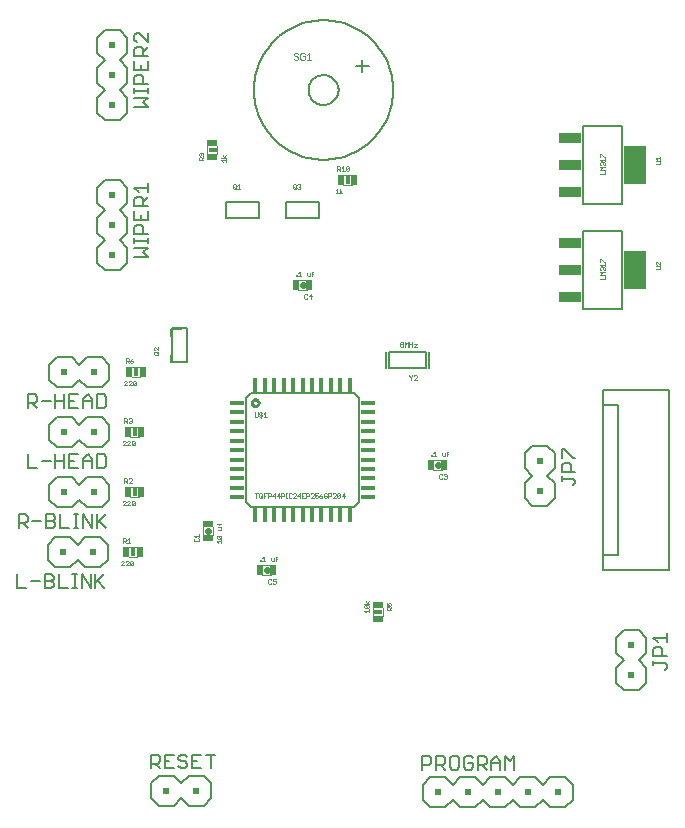
<source format=gto>
G75*
G70*
%OFA0B0*%
%FSLAX24Y24*%
%IPPOS*%
%LPD*%
%AMOC8*
5,1,8,0,0,1.08239X$1,22.5*
%
%ADD10C,0.0080*%
%ADD11C,0.0100*%
%ADD12C,0.0010*%
%ADD13R,0.0453X0.0157*%
%ADD14R,0.0453X0.0157*%
%ADD15R,0.0453X0.0158*%
%ADD16R,0.0157X0.0453*%
%ADD17R,0.0157X0.0453*%
%ADD18R,0.0158X0.0453*%
%ADD19C,0.0040*%
%ADD20R,0.0197X0.0374*%
%ADD21R,0.0180X0.0300*%
%ADD22C,0.0050*%
%ADD23C,0.0020*%
%ADD24C,0.0060*%
%ADD25R,0.0374X0.0197*%
%ADD26R,0.0300X0.0180*%
%ADD27C,0.0220*%
%ADD28R,0.0230X0.0230*%
%ADD29R,0.0200X0.0200*%
%ADD30R,0.0730X0.1260*%
%ADD31R,0.0730X0.0340*%
D10*
X004850Y001200D02*
X005100Y000950D01*
X005600Y000950D01*
X005850Y001200D01*
X006100Y000950D01*
X006600Y000950D01*
X006850Y001200D01*
X006850Y001700D01*
X006600Y001950D01*
X006100Y001950D01*
X005850Y001700D01*
X005600Y001950D01*
X005100Y001950D01*
X004850Y001700D01*
X004850Y001200D01*
X003150Y008900D02*
X002650Y008900D01*
X002400Y009150D01*
X002150Y008900D01*
X001650Y008900D01*
X001400Y009150D01*
X001400Y009650D01*
X001650Y009900D01*
X002150Y009900D01*
X002400Y009650D01*
X002650Y009900D01*
X003150Y009900D01*
X003400Y009650D01*
X003400Y009150D01*
X003150Y008900D01*
X003200Y010900D02*
X002700Y010900D01*
X002450Y011150D01*
X002200Y010900D01*
X001700Y010900D01*
X001450Y011150D01*
X001450Y011650D01*
X001700Y011900D01*
X002200Y011900D01*
X002450Y011650D01*
X002700Y011900D01*
X003200Y011900D01*
X003450Y011650D01*
X003450Y011150D01*
X003200Y010900D01*
X003200Y012900D02*
X002700Y012900D01*
X002450Y013150D01*
X002200Y012900D01*
X001700Y012900D01*
X001450Y013150D01*
X001450Y013650D01*
X001700Y013900D01*
X002200Y013900D01*
X002450Y013650D01*
X002700Y013900D01*
X003200Y013900D01*
X003450Y013650D01*
X003450Y013150D01*
X003200Y012900D01*
X003200Y014900D02*
X002700Y014900D01*
X002450Y015150D01*
X002200Y014900D01*
X001700Y014900D01*
X001450Y015150D01*
X001450Y015650D01*
X001700Y015900D01*
X002200Y015900D01*
X002450Y015650D01*
X002700Y015900D01*
X003200Y015900D01*
X003450Y015650D01*
X003450Y015150D01*
X003200Y014900D01*
X005524Y015749D02*
X005839Y015749D01*
X005524Y015749D02*
X005524Y015985D01*
X005524Y016615D02*
X005524Y016851D01*
X005839Y016851D01*
X003800Y018800D02*
X004050Y019050D01*
X004050Y019550D01*
X003800Y019800D01*
X004050Y020050D01*
X004050Y020550D01*
X003800Y020800D01*
X004050Y021050D01*
X004050Y021550D01*
X003800Y021800D01*
X003300Y021800D01*
X003050Y021550D01*
X003050Y021050D01*
X003300Y020800D01*
X003050Y020550D01*
X003050Y020050D01*
X003300Y019800D01*
X003050Y019550D01*
X003050Y019050D01*
X003300Y018800D01*
X003800Y018800D01*
X007349Y020761D02*
X007349Y021076D01*
X007585Y021076D01*
X008215Y021076D02*
X008451Y021076D01*
X008451Y020761D01*
X009349Y020761D02*
X009349Y021076D01*
X009585Y021076D01*
X010215Y021076D02*
X010451Y021076D01*
X010451Y020761D01*
X010100Y024800D02*
X010102Y024844D01*
X010108Y024888D01*
X010118Y024931D01*
X010131Y024973D01*
X010148Y025014D01*
X010169Y025053D01*
X010193Y025090D01*
X010220Y025125D01*
X010250Y025157D01*
X010283Y025187D01*
X010319Y025213D01*
X010356Y025237D01*
X010396Y025256D01*
X010437Y025273D01*
X010480Y025285D01*
X010523Y025294D01*
X010567Y025299D01*
X010611Y025300D01*
X010655Y025297D01*
X010699Y025290D01*
X010742Y025279D01*
X010784Y025265D01*
X010824Y025247D01*
X010863Y025225D01*
X010899Y025201D01*
X010933Y025173D01*
X010965Y025142D01*
X010994Y025108D01*
X011020Y025072D01*
X011042Y025034D01*
X011061Y024994D01*
X011076Y024952D01*
X011088Y024910D01*
X011096Y024866D01*
X011100Y024822D01*
X011100Y024778D01*
X011096Y024734D01*
X011088Y024690D01*
X011076Y024648D01*
X011061Y024606D01*
X011042Y024566D01*
X011020Y024528D01*
X010994Y024492D01*
X010965Y024458D01*
X010933Y024427D01*
X010899Y024399D01*
X010863Y024375D01*
X010824Y024353D01*
X010784Y024335D01*
X010742Y024321D01*
X010699Y024310D01*
X010655Y024303D01*
X010611Y024300D01*
X010567Y024301D01*
X010523Y024306D01*
X010480Y024315D01*
X010437Y024327D01*
X010396Y024344D01*
X010356Y024363D01*
X010319Y024387D01*
X010283Y024413D01*
X010250Y024443D01*
X010220Y024475D01*
X010193Y024510D01*
X010169Y024547D01*
X010148Y024586D01*
X010131Y024627D01*
X010118Y024669D01*
X010108Y024712D01*
X010102Y024756D01*
X010100Y024800D01*
X008277Y024800D02*
X008280Y024914D01*
X008288Y025028D01*
X008302Y025141D01*
X008322Y025253D01*
X008347Y025364D01*
X008377Y025474D01*
X008413Y025583D01*
X008454Y025689D01*
X008500Y025793D01*
X008551Y025895D01*
X008607Y025994D01*
X008668Y026091D01*
X008734Y026184D01*
X008804Y026274D01*
X008879Y026360D01*
X008957Y026443D01*
X009040Y026521D01*
X009126Y026596D01*
X009216Y026666D01*
X009309Y026732D01*
X009406Y026793D01*
X009505Y026849D01*
X009607Y026900D01*
X009711Y026946D01*
X009817Y026987D01*
X009926Y027023D01*
X010036Y027053D01*
X010147Y027078D01*
X010259Y027098D01*
X010372Y027112D01*
X010486Y027120D01*
X010600Y027123D01*
X010714Y027120D01*
X010828Y027112D01*
X010941Y027098D01*
X011053Y027078D01*
X011164Y027053D01*
X011274Y027023D01*
X011383Y026987D01*
X011489Y026946D01*
X011593Y026900D01*
X011695Y026849D01*
X011794Y026793D01*
X011891Y026732D01*
X011984Y026666D01*
X012074Y026596D01*
X012160Y026521D01*
X012243Y026443D01*
X012321Y026360D01*
X012396Y026274D01*
X012466Y026184D01*
X012532Y026091D01*
X012593Y025994D01*
X012649Y025895D01*
X012700Y025793D01*
X012746Y025689D01*
X012787Y025583D01*
X012823Y025474D01*
X012853Y025364D01*
X012878Y025253D01*
X012898Y025141D01*
X012912Y025028D01*
X012920Y024914D01*
X012923Y024800D01*
X012920Y024686D01*
X012912Y024572D01*
X012898Y024459D01*
X012878Y024347D01*
X012853Y024236D01*
X012823Y024126D01*
X012787Y024017D01*
X012746Y023911D01*
X012700Y023807D01*
X012649Y023705D01*
X012593Y023606D01*
X012532Y023509D01*
X012466Y023416D01*
X012396Y023326D01*
X012321Y023240D01*
X012243Y023157D01*
X012160Y023079D01*
X012074Y023004D01*
X011984Y022934D01*
X011891Y022868D01*
X011794Y022807D01*
X011695Y022751D01*
X011593Y022700D01*
X011489Y022654D01*
X011383Y022613D01*
X011274Y022577D01*
X011164Y022547D01*
X011053Y022522D01*
X010941Y022502D01*
X010828Y022488D01*
X010714Y022480D01*
X010600Y022477D01*
X010486Y022480D01*
X010372Y022488D01*
X010259Y022502D01*
X010147Y022522D01*
X010036Y022547D01*
X009926Y022577D01*
X009817Y022613D01*
X009711Y022654D01*
X009607Y022700D01*
X009505Y022751D01*
X009406Y022807D01*
X009309Y022868D01*
X009216Y022934D01*
X009126Y023004D01*
X009040Y023079D01*
X008957Y023157D01*
X008879Y023240D01*
X008804Y023326D01*
X008734Y023416D01*
X008668Y023509D01*
X008607Y023606D01*
X008551Y023705D01*
X008500Y023807D01*
X008454Y023911D01*
X008413Y024017D01*
X008377Y024126D01*
X008347Y024236D01*
X008322Y024347D01*
X008302Y024459D01*
X008288Y024572D01*
X008280Y024686D01*
X008277Y024800D01*
X004050Y024550D02*
X004050Y024050D01*
X003800Y023800D01*
X003300Y023800D01*
X003050Y024050D01*
X003050Y024550D01*
X003300Y024800D01*
X003050Y025050D01*
X003050Y025550D01*
X003300Y025800D01*
X003050Y026050D01*
X003050Y026550D01*
X003300Y026800D01*
X003800Y026800D01*
X004050Y026550D01*
X004050Y026050D01*
X003800Y025800D01*
X004050Y025550D01*
X004050Y025050D01*
X003800Y024800D01*
X004050Y024550D01*
X008168Y014690D02*
X011632Y014690D01*
X011790Y014532D01*
X011790Y011068D01*
X011632Y010910D01*
X008168Y010910D01*
X008010Y011068D01*
X008010Y014532D01*
X008168Y014690D01*
X012691Y015544D02*
X012691Y016056D01*
X014109Y016056D02*
X014109Y015544D01*
X017300Y012700D02*
X017300Y012200D01*
X017550Y011950D01*
X017300Y011700D01*
X017300Y011200D01*
X017550Y010950D01*
X018050Y010950D01*
X018300Y011200D01*
X018300Y011700D01*
X018050Y011950D01*
X018300Y012200D01*
X018300Y012700D01*
X018050Y012950D01*
X017550Y012950D01*
X017300Y012700D01*
X019250Y017510D02*
X019250Y020090D01*
X020550Y020090D01*
X020550Y017510D01*
X019250Y017510D01*
X019250Y021010D02*
X019250Y023590D01*
X020550Y023590D01*
X020550Y021010D01*
X019250Y021010D01*
X020600Y006800D02*
X020350Y006550D01*
X020350Y006050D01*
X020600Y005800D01*
X020350Y005550D01*
X020350Y005050D01*
X020600Y004800D01*
X021100Y004800D01*
X021350Y005050D01*
X021350Y005550D01*
X021100Y005800D01*
X021350Y006050D01*
X021350Y006550D01*
X021100Y006800D01*
X020600Y006800D01*
X018650Y001900D02*
X018150Y001900D01*
X017900Y001650D01*
X017650Y001900D01*
X017150Y001900D01*
X016900Y001650D01*
X016650Y001900D01*
X016150Y001900D01*
X015900Y001650D01*
X015650Y001900D01*
X015150Y001900D01*
X014900Y001650D01*
X014650Y001900D01*
X014150Y001900D01*
X013900Y001650D01*
X013900Y001150D01*
X014150Y000900D01*
X014650Y000900D01*
X014900Y001150D01*
X015150Y000900D01*
X015650Y000900D01*
X015900Y001150D01*
X016150Y000900D01*
X016650Y000900D01*
X016900Y001150D01*
X017150Y000900D01*
X017650Y000900D01*
X017900Y001150D01*
X018150Y000900D01*
X018650Y000900D01*
X018900Y001150D01*
X018900Y001650D01*
X018650Y001900D01*
D11*
X008214Y014375D02*
X008216Y014395D01*
X008221Y014415D01*
X008231Y014433D01*
X008243Y014450D01*
X008258Y014464D01*
X008276Y014474D01*
X008295Y014482D01*
X008315Y014486D01*
X008335Y014486D01*
X008355Y014482D01*
X008374Y014474D01*
X008392Y014464D01*
X008407Y014450D01*
X008419Y014433D01*
X008429Y014415D01*
X008434Y014395D01*
X008436Y014375D01*
X008434Y014355D01*
X008429Y014335D01*
X008419Y014317D01*
X008407Y014300D01*
X008392Y014286D01*
X008374Y014276D01*
X008355Y014268D01*
X008335Y014264D01*
X008315Y014264D01*
X008295Y014268D01*
X008276Y014276D01*
X008258Y014286D01*
X008243Y014300D01*
X008231Y014317D01*
X008221Y014335D01*
X008216Y014355D01*
X008214Y014375D01*
D12*
X008305Y014055D02*
X008305Y013930D01*
X008330Y013905D01*
X008380Y013905D01*
X008405Y013930D01*
X008405Y014055D01*
X008452Y014030D02*
X008477Y014055D01*
X008527Y014055D01*
X008552Y014030D01*
X008600Y014005D02*
X008650Y014055D01*
X008650Y013905D01*
X008600Y013905D02*
X008700Y013905D01*
X008552Y013930D02*
X008552Y013955D01*
X008527Y013980D01*
X008477Y013980D01*
X008452Y014005D01*
X008452Y014030D01*
X008502Y014080D02*
X008502Y013880D01*
X008477Y013905D02*
X008527Y013905D01*
X008552Y013930D01*
X008477Y013905D02*
X008452Y013930D01*
X008477Y011355D02*
X008527Y011355D01*
X008552Y011330D01*
X008552Y011230D01*
X008527Y011205D01*
X008477Y011205D01*
X008452Y011230D01*
X008452Y011330D01*
X008477Y011355D01*
X008405Y011355D02*
X008305Y011355D01*
X008355Y011355D02*
X008355Y011205D01*
X008502Y011255D02*
X008552Y011205D01*
X008600Y011205D02*
X008600Y011355D01*
X008700Y011355D01*
X008747Y011355D02*
X008822Y011355D01*
X008847Y011330D01*
X008847Y011280D01*
X008822Y011255D01*
X008747Y011255D01*
X008747Y011205D02*
X008747Y011355D01*
X008650Y011280D02*
X008600Y011280D01*
X008894Y011280D02*
X008994Y011280D01*
X009042Y011280D02*
X009142Y011280D01*
X009189Y011255D02*
X009264Y011255D01*
X009289Y011280D01*
X009289Y011330D01*
X009264Y011355D01*
X009189Y011355D01*
X009189Y011205D01*
X009117Y011205D02*
X009117Y011355D01*
X009042Y011280D01*
X008969Y011205D02*
X008969Y011355D01*
X008894Y011280D01*
X009336Y011205D02*
X009386Y011205D01*
X009361Y011205D02*
X009361Y011355D01*
X009336Y011355D02*
X009386Y011355D01*
X009434Y011330D02*
X009434Y011230D01*
X009460Y011205D01*
X009510Y011205D01*
X009535Y011230D01*
X009582Y011205D02*
X009682Y011305D01*
X009682Y011330D01*
X009657Y011355D01*
X009607Y011355D01*
X009582Y011330D01*
X009535Y011330D02*
X009510Y011355D01*
X009460Y011355D01*
X009434Y011330D01*
X009582Y011205D02*
X009682Y011205D01*
X009729Y011280D02*
X009829Y011280D01*
X009876Y011280D02*
X009927Y011280D01*
X009876Y011205D02*
X009977Y011205D01*
X010024Y011205D02*
X010024Y011355D01*
X010099Y011355D01*
X010124Y011330D01*
X010124Y011280D01*
X010099Y011255D01*
X010024Y011255D01*
X009977Y011355D02*
X009876Y011355D01*
X009876Y011205D01*
X009804Y011205D02*
X009804Y011355D01*
X009729Y011280D01*
X010171Y011330D02*
X010196Y011355D01*
X010246Y011355D01*
X010271Y011330D01*
X010271Y011305D01*
X010171Y011205D01*
X010271Y011205D01*
X010318Y011230D02*
X010343Y011205D01*
X010394Y011205D01*
X010419Y011230D01*
X010419Y011280D01*
X010394Y011305D01*
X010368Y011305D01*
X010318Y011280D01*
X010318Y011355D01*
X010419Y011355D01*
X010466Y011280D02*
X010541Y011280D01*
X010566Y011255D01*
X010566Y011230D01*
X010541Y011205D01*
X010491Y011205D01*
X010466Y011230D01*
X010466Y011280D01*
X010516Y011330D01*
X010566Y011355D01*
X010613Y011330D02*
X010613Y011230D01*
X010638Y011205D01*
X010688Y011205D01*
X010713Y011230D01*
X010713Y011280D01*
X010663Y011280D01*
X010613Y011330D02*
X010638Y011355D01*
X010688Y011355D01*
X010713Y011330D01*
X010760Y011355D02*
X010835Y011355D01*
X010861Y011330D01*
X010861Y011280D01*
X010835Y011255D01*
X010760Y011255D01*
X010760Y011205D02*
X010760Y011355D01*
X010908Y011330D02*
X010933Y011355D01*
X010983Y011355D01*
X011008Y011330D01*
X011008Y011305D01*
X010908Y011205D01*
X011008Y011205D01*
X011055Y011230D02*
X011155Y011330D01*
X011155Y011230D01*
X011130Y011205D01*
X011080Y011205D01*
X011055Y011230D01*
X011055Y011330D01*
X011080Y011355D01*
X011130Y011355D01*
X011155Y011330D01*
X011202Y011280D02*
X011302Y011280D01*
X011277Y011205D02*
X011277Y011355D01*
X011202Y011280D01*
X009057Y009245D02*
X009032Y009220D01*
X009032Y009095D01*
X008960Y009095D02*
X008960Y009195D01*
X009007Y009170D02*
X009057Y009170D01*
X008960Y009095D02*
X008884Y009095D01*
X008859Y009120D01*
X008859Y009195D01*
X008665Y009095D02*
X008565Y009095D01*
X008516Y009095D02*
X008491Y009095D01*
X008491Y009120D01*
X008516Y009120D01*
X008516Y009095D01*
X008615Y009095D02*
X008615Y009245D01*
X008565Y009195D01*
X008785Y008495D02*
X008760Y008470D01*
X008760Y008370D01*
X008785Y008345D01*
X008835Y008345D01*
X008860Y008370D01*
X008908Y008370D02*
X008933Y008345D01*
X008983Y008345D01*
X009008Y008370D01*
X009008Y008420D01*
X008983Y008445D01*
X008958Y008445D01*
X008908Y008420D01*
X008908Y008495D01*
X009008Y008495D01*
X008860Y008470D02*
X008835Y008495D01*
X008785Y008495D01*
X007195Y009705D02*
X007195Y009805D01*
X007195Y009755D02*
X007045Y009755D01*
X007095Y009705D01*
X007070Y009852D02*
X007045Y009877D01*
X007045Y009927D01*
X007070Y009952D01*
X007170Y009852D01*
X007195Y009877D01*
X007195Y009927D01*
X007170Y009952D01*
X007070Y009952D01*
X007070Y009852D02*
X007170Y009852D01*
X007170Y010147D02*
X007195Y010172D01*
X007195Y010247D01*
X007095Y010247D01*
X007120Y010294D02*
X007120Y010344D01*
X007070Y010319D02*
X007045Y010344D01*
X007070Y010319D02*
X007195Y010319D01*
X007170Y010147D02*
X007095Y010147D01*
X006445Y010002D02*
X006445Y009902D01*
X006445Y009952D02*
X006295Y009952D01*
X006345Y009902D01*
X006320Y009855D02*
X006295Y009830D01*
X006295Y009780D01*
X006320Y009755D01*
X006420Y009755D01*
X006445Y009780D01*
X006445Y009830D01*
X006420Y009855D01*
X004152Y009705D02*
X004052Y009705D01*
X004005Y009705D02*
X003955Y009755D01*
X003980Y009755D02*
X003905Y009755D01*
X003905Y009705D02*
X003905Y009855D01*
X003980Y009855D01*
X004005Y009830D01*
X004005Y009780D01*
X003980Y009755D01*
X004052Y009805D02*
X004102Y009855D01*
X004102Y009705D01*
X004077Y009105D02*
X004027Y009105D01*
X004002Y009080D01*
X003955Y009080D02*
X003930Y009105D01*
X003880Y009105D01*
X003855Y009080D01*
X003955Y009080D02*
X003955Y009055D01*
X003855Y008955D01*
X003955Y008955D01*
X004002Y008955D02*
X004102Y009055D01*
X004102Y009080D01*
X004077Y009105D01*
X004150Y009080D02*
X004175Y009105D01*
X004225Y009105D01*
X004250Y009080D01*
X004150Y008980D01*
X004175Y008955D01*
X004225Y008955D01*
X004250Y008980D01*
X004250Y009080D01*
X004150Y009080D02*
X004150Y008980D01*
X004102Y008955D02*
X004002Y008955D01*
X004005Y010955D02*
X003905Y010955D01*
X004005Y011055D01*
X004005Y011080D01*
X003980Y011105D01*
X003930Y011105D01*
X003905Y011080D01*
X004052Y011080D02*
X004077Y011105D01*
X004127Y011105D01*
X004152Y011080D01*
X004152Y011055D01*
X004052Y010955D01*
X004152Y010955D01*
X004200Y010980D02*
X004300Y011080D01*
X004300Y010980D01*
X004275Y010955D01*
X004225Y010955D01*
X004200Y010980D01*
X004200Y011080D01*
X004225Y011105D01*
X004275Y011105D01*
X004300Y011080D01*
X004202Y011705D02*
X004102Y011705D01*
X004202Y011805D01*
X004202Y011830D01*
X004177Y011855D01*
X004127Y011855D01*
X004102Y011830D01*
X004055Y011830D02*
X004055Y011780D01*
X004030Y011755D01*
X003955Y011755D01*
X003955Y011705D02*
X003955Y011855D01*
X004030Y011855D01*
X004055Y011830D01*
X004005Y011755D02*
X004055Y011705D01*
X004052Y012955D02*
X004152Y013055D01*
X004152Y013080D01*
X004127Y013105D01*
X004077Y013105D01*
X004052Y013080D01*
X004005Y013080D02*
X003980Y013105D01*
X003930Y013105D01*
X003905Y013080D01*
X004005Y013080D02*
X004005Y013055D01*
X003905Y012955D01*
X004005Y012955D01*
X004052Y012955D02*
X004152Y012955D01*
X004200Y012980D02*
X004300Y013080D01*
X004300Y012980D01*
X004275Y012955D01*
X004225Y012955D01*
X004200Y012980D01*
X004200Y013080D01*
X004225Y013105D01*
X004275Y013105D01*
X004300Y013080D01*
X004177Y013705D02*
X004127Y013705D01*
X004102Y013730D01*
X004055Y013705D02*
X004005Y013755D01*
X004030Y013755D02*
X003955Y013755D01*
X003955Y013705D02*
X003955Y013855D01*
X004030Y013855D01*
X004055Y013830D01*
X004055Y013780D01*
X004030Y013755D01*
X004102Y013830D02*
X004127Y013855D01*
X004177Y013855D01*
X004202Y013830D01*
X004202Y013805D01*
X004177Y013780D01*
X004202Y013755D01*
X004202Y013730D01*
X004177Y013705D01*
X004177Y013780D02*
X004152Y013780D01*
X004102Y014955D02*
X004202Y015055D01*
X004202Y015080D01*
X004177Y015105D01*
X004127Y015105D01*
X004102Y015080D01*
X004055Y015080D02*
X004030Y015105D01*
X003980Y015105D01*
X003955Y015080D01*
X004055Y015080D02*
X004055Y015055D01*
X003955Y014955D01*
X004055Y014955D01*
X004102Y014955D02*
X004202Y014955D01*
X004250Y014980D02*
X004275Y014955D01*
X004325Y014955D01*
X004350Y014980D01*
X004350Y015080D01*
X004250Y014980D01*
X004250Y015080D01*
X004275Y015105D01*
X004325Y015105D01*
X004350Y015080D01*
X004227Y015705D02*
X004252Y015730D01*
X004252Y015755D01*
X004227Y015780D01*
X004152Y015780D01*
X004152Y015730D01*
X004177Y015705D01*
X004227Y015705D01*
X004152Y015780D02*
X004202Y015830D01*
X004252Y015855D01*
X004105Y015830D02*
X004105Y015780D01*
X004080Y015755D01*
X004005Y015755D01*
X004005Y015705D02*
X004005Y015855D01*
X004080Y015855D01*
X004105Y015830D01*
X004055Y015755D02*
X004105Y015705D01*
X004945Y016005D02*
X004945Y016055D01*
X004970Y016080D01*
X005070Y016080D01*
X005095Y016055D01*
X005095Y016005D01*
X005070Y015980D01*
X004970Y015980D01*
X004945Y016005D01*
X005045Y016030D02*
X005095Y016080D01*
X005095Y016127D02*
X004995Y016227D01*
X004970Y016227D01*
X004945Y016202D01*
X004945Y016152D01*
X004970Y016127D01*
X005095Y016127D02*
X005095Y016227D01*
X007605Y021505D02*
X007580Y021530D01*
X007580Y021630D01*
X007605Y021655D01*
X007655Y021655D01*
X007680Y021630D01*
X007680Y021530D01*
X007655Y021505D01*
X007605Y021505D01*
X007630Y021555D02*
X007680Y021505D01*
X007727Y021505D02*
X007827Y021505D01*
X007777Y021505D02*
X007777Y021655D01*
X007727Y021605D01*
X007345Y022405D02*
X007345Y022505D01*
X007345Y022552D02*
X007195Y022552D01*
X007245Y022627D02*
X007295Y022552D01*
X007345Y022627D01*
X007345Y022455D02*
X007195Y022455D01*
X007245Y022405D01*
X006595Y022455D02*
X006445Y022455D01*
X006445Y022530D01*
X006470Y022555D01*
X006520Y022555D01*
X006545Y022530D01*
X006545Y022455D01*
X006545Y022505D02*
X006595Y022555D01*
X006570Y022602D02*
X006595Y022627D01*
X006595Y022677D01*
X006570Y022702D01*
X006470Y022702D01*
X006445Y022677D01*
X006445Y022627D01*
X006470Y022602D01*
X006495Y022602D01*
X006520Y022627D01*
X006520Y022702D01*
X009580Y021630D02*
X009580Y021530D01*
X009605Y021505D01*
X009655Y021505D01*
X009680Y021530D01*
X009680Y021630D01*
X009655Y021655D01*
X009605Y021655D01*
X009580Y021630D01*
X009630Y021555D02*
X009680Y021505D01*
X009727Y021530D02*
X009752Y021505D01*
X009802Y021505D01*
X009827Y021530D01*
X009827Y021555D01*
X009802Y021580D01*
X009777Y021580D01*
X009802Y021580D02*
X009827Y021605D01*
X009827Y021630D01*
X009802Y021655D01*
X009752Y021655D01*
X009727Y021630D01*
X011005Y021455D02*
X011055Y021505D01*
X011055Y021355D01*
X011005Y021355D02*
X011105Y021355D01*
X011152Y021355D02*
X011152Y021505D01*
X011227Y021455D02*
X011152Y021405D01*
X011227Y021355D01*
X011202Y022105D02*
X011302Y022105D01*
X011252Y022105D02*
X011252Y022255D01*
X011202Y022205D01*
X011155Y022180D02*
X011130Y022155D01*
X011055Y022155D01*
X011055Y022105D02*
X011055Y022255D01*
X011130Y022255D01*
X011155Y022230D01*
X011155Y022180D01*
X011105Y022155D02*
X011155Y022105D01*
X011350Y022130D02*
X011450Y022230D01*
X011450Y022130D01*
X011425Y022105D01*
X011375Y022105D01*
X011350Y022130D01*
X011350Y022230D01*
X011375Y022255D01*
X011425Y022255D01*
X011450Y022230D01*
X010257Y018745D02*
X010232Y018720D01*
X010232Y018595D01*
X010160Y018595D02*
X010160Y018695D01*
X010207Y018670D02*
X010257Y018670D01*
X010160Y018595D02*
X010084Y018595D01*
X010059Y018620D01*
X010059Y018695D01*
X009865Y018595D02*
X009765Y018595D01*
X009716Y018595D02*
X009691Y018595D01*
X009691Y018620D01*
X009716Y018620D01*
X009716Y018595D01*
X009815Y018595D02*
X009815Y018745D01*
X009765Y018695D01*
X009985Y017995D02*
X009960Y017970D01*
X009960Y017870D01*
X009985Y017845D01*
X010035Y017845D01*
X010060Y017870D01*
X010108Y017920D02*
X010208Y017920D01*
X010183Y017845D02*
X010183Y017995D01*
X010108Y017920D01*
X010060Y017970D02*
X010035Y017995D01*
X009985Y017995D01*
X013166Y016370D02*
X013166Y016345D01*
X013191Y016320D01*
X013241Y016320D01*
X013266Y016295D01*
X013266Y016270D01*
X013241Y016245D01*
X013191Y016245D01*
X013166Y016270D01*
X013166Y016295D01*
X013191Y016320D01*
X013241Y016320D02*
X013266Y016345D01*
X013266Y016370D01*
X013241Y016395D01*
X013191Y016395D01*
X013166Y016370D01*
X013313Y016395D02*
X013363Y016345D01*
X013413Y016395D01*
X013413Y016245D01*
X013460Y016245D02*
X013460Y016395D01*
X013460Y016320D02*
X013560Y016320D01*
X013608Y016345D02*
X013708Y016345D01*
X013608Y016245D01*
X013708Y016245D01*
X013560Y016245D02*
X013560Y016395D01*
X013313Y016395D02*
X013313Y016245D01*
X013460Y015295D02*
X013460Y015270D01*
X013510Y015220D01*
X013510Y015145D01*
X013510Y015220D02*
X013560Y015270D01*
X013560Y015295D01*
X013608Y015270D02*
X013633Y015295D01*
X013683Y015295D01*
X013708Y015270D01*
X013708Y015245D01*
X013608Y015145D01*
X013708Y015145D01*
X014315Y012745D02*
X014315Y012595D01*
X014265Y012595D02*
X014365Y012595D01*
X014265Y012695D02*
X014315Y012745D01*
X014216Y012620D02*
X014216Y012595D01*
X014191Y012595D01*
X014191Y012620D01*
X014216Y012620D01*
X014559Y012620D02*
X014584Y012595D01*
X014660Y012595D01*
X014660Y012695D01*
X014707Y012670D02*
X014757Y012670D01*
X014732Y012720D02*
X014757Y012745D01*
X014732Y012720D02*
X014732Y012595D01*
X014559Y012620D02*
X014559Y012695D01*
X014535Y011995D02*
X014485Y011995D01*
X014460Y011970D01*
X014460Y011870D01*
X014485Y011845D01*
X014535Y011845D01*
X014560Y011870D01*
X014608Y011870D02*
X014633Y011845D01*
X014683Y011845D01*
X014708Y011870D01*
X014708Y011895D01*
X014683Y011920D01*
X014658Y011920D01*
X014683Y011920D02*
X014708Y011945D01*
X014708Y011970D01*
X014683Y011995D01*
X014633Y011995D01*
X014608Y011970D01*
X014560Y011970D02*
X014535Y011995D01*
X012105Y007757D02*
X012055Y007682D01*
X012005Y007757D01*
X011955Y007682D02*
X012105Y007682D01*
X012080Y007635D02*
X012105Y007610D01*
X012105Y007560D01*
X012080Y007535D01*
X011980Y007635D01*
X012080Y007635D01*
X012080Y007535D02*
X011980Y007535D01*
X011955Y007560D01*
X011955Y007610D01*
X011980Y007635D01*
X012105Y007488D02*
X012105Y007388D01*
X012105Y007438D02*
X011955Y007438D01*
X012005Y007388D01*
X012705Y007460D02*
X012705Y007535D01*
X012730Y007560D01*
X012780Y007560D01*
X012805Y007535D01*
X012805Y007460D01*
X012855Y007460D02*
X012705Y007460D01*
X012805Y007510D02*
X012855Y007560D01*
X012830Y007608D02*
X012855Y007633D01*
X012855Y007683D01*
X012830Y007708D01*
X012780Y007708D01*
X012755Y007683D01*
X012755Y007658D01*
X012780Y007608D01*
X012705Y007608D01*
X012705Y007708D01*
X019830Y018493D02*
X019980Y018493D01*
X019980Y018593D01*
X019980Y018641D02*
X019830Y018641D01*
X019880Y018691D01*
X019830Y018741D01*
X019980Y018741D01*
X019955Y018788D02*
X019980Y018813D01*
X019980Y018863D01*
X019955Y018888D01*
X019930Y018888D01*
X019905Y018863D01*
X019905Y018838D01*
X019905Y018863D02*
X019880Y018888D01*
X019855Y018888D01*
X019830Y018863D01*
X019830Y018813D01*
X019855Y018788D01*
X019880Y018935D02*
X019830Y018985D01*
X019980Y018985D01*
X019980Y018935D02*
X019980Y019035D01*
X019980Y019083D02*
X019955Y019083D01*
X019855Y019183D01*
X019830Y019183D01*
X019830Y019083D01*
X021680Y019058D02*
X021680Y019008D01*
X021705Y018983D01*
X021680Y018935D02*
X021805Y018935D01*
X021830Y018910D01*
X021830Y018860D01*
X021805Y018835D01*
X021680Y018835D01*
X021830Y018983D02*
X021730Y019083D01*
X021705Y019083D01*
X021680Y019058D01*
X021830Y019083D02*
X021830Y018983D01*
X019980Y021993D02*
X019830Y021993D01*
X019830Y022141D02*
X019880Y022191D01*
X019830Y022241D01*
X019980Y022241D01*
X019955Y022288D02*
X019980Y022313D01*
X019980Y022363D01*
X019955Y022388D01*
X019930Y022388D01*
X019905Y022363D01*
X019905Y022338D01*
X019905Y022363D02*
X019880Y022388D01*
X019855Y022388D01*
X019830Y022363D01*
X019830Y022313D01*
X019855Y022288D01*
X019830Y022141D02*
X019980Y022141D01*
X019980Y022093D02*
X019980Y021993D01*
X019980Y022435D02*
X019980Y022535D01*
X019980Y022583D02*
X019955Y022583D01*
X019855Y022683D01*
X019830Y022683D01*
X019830Y022583D01*
X019830Y022485D02*
X019980Y022485D01*
X019880Y022435D02*
X019830Y022485D01*
X021680Y022533D02*
X021830Y022533D01*
X021830Y022483D02*
X021830Y022583D01*
X021730Y022483D02*
X021680Y022533D01*
X021680Y022435D02*
X021805Y022435D01*
X021830Y022410D01*
X021830Y022360D01*
X021805Y022335D01*
X021680Y022335D01*
D13*
X012075Y014375D03*
X012075Y012800D03*
X012075Y011225D03*
X007725Y011225D03*
X007725Y012800D03*
X007725Y014375D03*
D14*
X007725Y014060D03*
X007725Y013745D03*
X007725Y011855D03*
X007725Y011540D03*
X012075Y011540D03*
X012075Y011855D03*
X012075Y013745D03*
X012075Y014060D03*
D15*
X012075Y013430D03*
X012075Y013115D03*
X012075Y012485D03*
X012075Y012170D03*
X007725Y012170D03*
X007725Y012485D03*
X007725Y013115D03*
X007725Y013430D03*
D16*
X008325Y014975D03*
X009900Y014975D03*
X011475Y014975D03*
X011475Y010625D03*
X009900Y010625D03*
X008325Y010625D03*
D17*
X008640Y010625D03*
X008955Y010625D03*
X010845Y010625D03*
X011160Y010625D03*
X011160Y014975D03*
X010845Y014975D03*
X008955Y014975D03*
X008640Y014975D03*
D18*
X009270Y014975D03*
X009585Y014975D03*
X010215Y014975D03*
X010530Y014975D03*
X010530Y010625D03*
X010215Y010625D03*
X009585Y010625D03*
X009270Y010625D03*
D19*
X008840Y008965D02*
X008560Y008965D01*
X008560Y008630D02*
X008840Y008630D01*
X006915Y009960D02*
X006915Y010240D01*
X006580Y010240D02*
X006580Y009960D01*
X004390Y009570D02*
X004110Y009570D01*
X004110Y009235D02*
X004390Y009235D01*
X004440Y011235D02*
X004160Y011235D01*
X004160Y011570D02*
X004440Y011570D01*
X004440Y013235D02*
X004160Y013235D01*
X004160Y013570D02*
X004440Y013570D01*
X004490Y015235D02*
X004210Y015235D01*
X004210Y015570D02*
X004490Y015570D01*
X009760Y018130D02*
X010040Y018130D01*
X010040Y018465D02*
X009760Y018465D01*
X011260Y021635D02*
X011540Y021635D01*
X011540Y021970D02*
X011260Y021970D01*
X007065Y022660D02*
X007065Y022940D01*
X006730Y022940D02*
X006730Y022660D01*
X014260Y012465D02*
X014540Y012465D01*
X014540Y012130D02*
X014260Y012130D01*
X012570Y007540D02*
X012570Y007260D01*
X012235Y007260D02*
X012235Y007540D01*
D20*
X008932Y008798D03*
X008472Y008798D03*
X004478Y009402D03*
X004018Y009402D03*
X004068Y011402D03*
X004528Y011402D03*
X004528Y013402D03*
X004068Y013402D03*
X004118Y015402D03*
X004578Y015402D03*
X009672Y018298D03*
X010132Y018298D03*
X011168Y021802D03*
X011628Y021802D03*
X014172Y012298D03*
X014632Y012298D03*
D21*
X011400Y021800D03*
X004350Y015400D03*
X004300Y013400D03*
X004300Y011400D03*
X004250Y009400D03*
D22*
X003295Y008655D02*
X002995Y008355D01*
X003070Y008430D02*
X003295Y008205D01*
X002995Y008205D02*
X002995Y008655D01*
X002834Y008655D02*
X002834Y008205D01*
X002534Y008655D01*
X002534Y008205D01*
X002377Y008205D02*
X002227Y008205D01*
X002302Y008205D02*
X002302Y008655D01*
X002227Y008655D02*
X002377Y008655D01*
X002067Y008205D02*
X001767Y008205D01*
X001767Y008655D01*
X001607Y008580D02*
X001607Y008505D01*
X001532Y008430D01*
X001306Y008430D01*
X001146Y008430D02*
X000846Y008430D01*
X000686Y008205D02*
X000386Y008205D01*
X000386Y008655D01*
X001306Y008655D02*
X001306Y008205D01*
X001532Y008205D01*
X001607Y008280D01*
X001607Y008355D01*
X001532Y008430D01*
X001607Y008580D02*
X001532Y008655D01*
X001306Y008655D01*
X001356Y010205D02*
X001582Y010205D01*
X001657Y010280D01*
X001657Y010355D01*
X001582Y010430D01*
X001356Y010430D01*
X001196Y010430D02*
X000896Y010430D01*
X000736Y010430D02*
X000661Y010355D01*
X000436Y010355D01*
X000586Y010355D02*
X000736Y010205D01*
X000736Y010430D02*
X000736Y010580D01*
X000661Y010655D01*
X000436Y010655D01*
X000436Y010205D01*
X001356Y010205D02*
X001356Y010655D01*
X001582Y010655D01*
X001657Y010580D01*
X001657Y010505D01*
X001582Y010430D01*
X001817Y010205D02*
X002117Y010205D01*
X002277Y010205D02*
X002427Y010205D01*
X002352Y010205D02*
X002352Y010655D01*
X002277Y010655D02*
X002427Y010655D01*
X002584Y010655D02*
X002884Y010205D01*
X002884Y010655D01*
X003045Y010655D02*
X003045Y010205D01*
X003045Y010355D02*
X003345Y010655D01*
X003120Y010430D02*
X003345Y010205D01*
X002584Y010205D02*
X002584Y010655D01*
X001817Y010655D02*
X001817Y010205D01*
X001964Y012205D02*
X001964Y012655D01*
X002124Y012655D02*
X002124Y012205D01*
X002424Y012205D01*
X002584Y012205D02*
X002584Y012505D01*
X002734Y012655D01*
X002884Y012505D01*
X002884Y012205D01*
X003045Y012205D02*
X003045Y012655D01*
X003270Y012655D01*
X003345Y012580D01*
X003345Y012280D01*
X003270Y012205D01*
X003045Y012205D01*
X002884Y012430D02*
X002584Y012430D01*
X002424Y012655D02*
X002124Y012655D01*
X002124Y012430D02*
X002274Y012430D01*
X001964Y012430D02*
X001663Y012430D01*
X001503Y012430D02*
X001203Y012430D01*
X001043Y012205D02*
X000743Y012205D01*
X000743Y012655D01*
X001663Y012655D02*
X001663Y012205D01*
X001663Y014205D02*
X001663Y014655D01*
X001663Y014430D02*
X001964Y014430D01*
X002124Y014430D02*
X002274Y014430D01*
X002124Y014205D02*
X002424Y014205D01*
X002584Y014205D02*
X002584Y014505D01*
X002734Y014655D01*
X002884Y014505D01*
X002884Y014205D01*
X003045Y014205D02*
X003045Y014655D01*
X003270Y014655D01*
X003345Y014580D01*
X003345Y014280D01*
X003270Y014205D01*
X003045Y014205D01*
X002884Y014430D02*
X002584Y014430D01*
X002424Y014655D02*
X002124Y014655D01*
X002124Y014205D01*
X001964Y014205D02*
X001964Y014655D01*
X001503Y014430D02*
X001203Y014430D01*
X001043Y014430D02*
X000968Y014355D01*
X000743Y014355D01*
X000893Y014355D02*
X001043Y014205D01*
X001043Y014430D02*
X001043Y014580D01*
X000968Y014655D01*
X000743Y014655D01*
X000743Y014205D01*
X004295Y019246D02*
X004745Y019246D01*
X004595Y019396D01*
X004745Y019546D01*
X004295Y019546D01*
X004295Y019706D02*
X004295Y019857D01*
X004295Y019782D02*
X004745Y019782D01*
X004745Y019857D02*
X004745Y019706D01*
X004745Y020013D02*
X004295Y020013D01*
X004295Y020239D01*
X004370Y020314D01*
X004520Y020314D01*
X004595Y020239D01*
X004595Y020013D01*
X004520Y020474D02*
X004520Y020624D01*
X004745Y020474D02*
X004745Y020774D01*
X004745Y020934D02*
X004295Y020934D01*
X004295Y021159D01*
X004370Y021234D01*
X004520Y021234D01*
X004595Y021159D01*
X004595Y020934D01*
X004595Y021084D02*
X004745Y021234D01*
X004745Y021395D02*
X004745Y021695D01*
X004745Y021545D02*
X004295Y021545D01*
X004445Y021395D01*
X004295Y020774D02*
X004295Y020474D01*
X004745Y020474D01*
X004745Y024246D02*
X004295Y024246D01*
X004295Y024546D02*
X004745Y024546D01*
X004595Y024396D01*
X004745Y024246D01*
X004745Y024706D02*
X004745Y024857D01*
X004745Y024782D02*
X004295Y024782D01*
X004295Y024857D02*
X004295Y024706D01*
X004295Y025013D02*
X004295Y025239D01*
X004370Y025314D01*
X004520Y025314D01*
X004595Y025239D01*
X004595Y025013D01*
X004745Y025013D02*
X004295Y025013D01*
X004295Y025474D02*
X004745Y025474D01*
X004745Y025774D01*
X004745Y025934D02*
X004295Y025934D01*
X004295Y026159D01*
X004370Y026234D01*
X004520Y026234D01*
X004595Y026159D01*
X004595Y025934D01*
X004595Y026084D02*
X004745Y026234D01*
X004745Y026395D02*
X004445Y026695D01*
X004370Y026695D01*
X004295Y026620D01*
X004295Y026470D01*
X004370Y026395D01*
X004745Y026395D02*
X004745Y026695D01*
X004295Y025774D02*
X004295Y025474D01*
X004520Y025474D02*
X004520Y025624D01*
X012770Y016056D02*
X012770Y015544D01*
X014030Y015544D01*
X014030Y016056D01*
X012770Y016056D01*
X018545Y012845D02*
X018545Y012545D01*
X018620Y012384D02*
X018545Y012309D01*
X018545Y012084D01*
X018995Y012084D01*
X018845Y012084D02*
X018845Y012309D01*
X018770Y012384D01*
X018620Y012384D01*
X018920Y012545D02*
X018995Y012545D01*
X018920Y012545D02*
X018620Y012845D01*
X018545Y012845D01*
X018545Y011924D02*
X018545Y011774D01*
X018545Y011849D02*
X018920Y011849D01*
X018995Y011774D01*
X018995Y011699D01*
X018920Y011624D01*
X019900Y009300D02*
X020400Y009300D01*
X020400Y014300D01*
X019900Y014300D01*
X019900Y014800D01*
X022100Y014800D01*
X022100Y008800D01*
X019900Y008800D01*
X019900Y009300D01*
X019900Y014300D01*
X022045Y006695D02*
X022045Y006395D01*
X022045Y006545D02*
X021595Y006545D01*
X021745Y006395D01*
X021670Y006234D02*
X021820Y006234D01*
X021895Y006159D01*
X021895Y005934D01*
X022045Y005934D02*
X021595Y005934D01*
X021595Y006159D01*
X021670Y006234D01*
X021595Y005774D02*
X021595Y005624D01*
X021595Y005699D02*
X021970Y005699D01*
X022045Y005624D01*
X022045Y005549D01*
X021970Y005474D01*
X016958Y002595D02*
X016958Y002145D01*
X016657Y002145D02*
X016657Y002595D01*
X016807Y002445D01*
X016958Y002595D01*
X016497Y002445D02*
X016497Y002145D01*
X016497Y002370D02*
X016197Y002370D01*
X016197Y002445D02*
X016347Y002595D01*
X016497Y002445D01*
X016197Y002445D02*
X016197Y002145D01*
X016037Y002145D02*
X015887Y002295D01*
X015962Y002295D02*
X015737Y002295D01*
X015737Y002145D02*
X015737Y002595D01*
X015962Y002595D01*
X016037Y002520D01*
X016037Y002370D01*
X015962Y002295D01*
X015576Y002220D02*
X015501Y002145D01*
X015351Y002145D01*
X015276Y002220D01*
X015276Y002520D01*
X015351Y002595D01*
X015501Y002595D01*
X015576Y002520D01*
X015576Y002370D02*
X015426Y002370D01*
X015576Y002370D02*
X015576Y002220D01*
X015116Y002220D02*
X015041Y002145D01*
X014891Y002145D01*
X014816Y002220D01*
X014816Y002520D01*
X014891Y002595D01*
X015041Y002595D01*
X015116Y002520D01*
X015116Y002220D01*
X014656Y002145D02*
X014506Y002295D01*
X014581Y002295D02*
X014355Y002295D01*
X014355Y002145D02*
X014355Y002595D01*
X014581Y002595D01*
X014656Y002520D01*
X014656Y002370D01*
X014581Y002295D01*
X014195Y002370D02*
X014120Y002295D01*
X013895Y002295D01*
X013895Y002145D02*
X013895Y002595D01*
X014120Y002595D01*
X014195Y002520D01*
X014195Y002370D01*
X006987Y002645D02*
X006687Y002645D01*
X006837Y002645D02*
X006837Y002195D01*
X006526Y002195D02*
X006226Y002195D01*
X006226Y002645D01*
X006526Y002645D01*
X006376Y002420D02*
X006226Y002420D01*
X006066Y002345D02*
X006066Y002270D01*
X005991Y002195D01*
X005841Y002195D01*
X005766Y002270D01*
X005841Y002420D02*
X005991Y002420D01*
X006066Y002345D01*
X006066Y002570D02*
X005991Y002645D01*
X005841Y002645D01*
X005766Y002570D01*
X005766Y002495D01*
X005841Y002420D01*
X005606Y002195D02*
X005305Y002195D01*
X005305Y002645D01*
X005606Y002645D01*
X005456Y002420D02*
X005305Y002420D01*
X005145Y002420D02*
X005145Y002570D01*
X005070Y002645D01*
X004845Y002645D01*
X004845Y002195D01*
X004845Y002345D02*
X005070Y002345D01*
X005145Y002420D01*
X004995Y002345D02*
X005145Y002195D01*
D23*
X009647Y025810D02*
X009610Y025847D01*
X009647Y025810D02*
X009720Y025810D01*
X009757Y025847D01*
X009757Y025883D01*
X009720Y025920D01*
X009647Y025920D01*
X009610Y025957D01*
X009610Y025993D01*
X009647Y026030D01*
X009720Y026030D01*
X009757Y025993D01*
X009831Y025993D02*
X009831Y025847D01*
X009868Y025810D01*
X009941Y025810D01*
X009978Y025847D01*
X009978Y025920D01*
X009904Y025920D01*
X009831Y025993D02*
X009868Y026030D01*
X009941Y026030D01*
X009978Y025993D01*
X010052Y025957D02*
X010125Y026030D01*
X010125Y025810D01*
X010052Y025810D02*
X010199Y025810D01*
D24*
X011680Y025600D02*
X012107Y025600D01*
X011894Y025814D02*
X011894Y025387D01*
X010460Y021060D02*
X009340Y021060D01*
X009340Y020540D01*
X010460Y020540D01*
X010460Y021060D01*
X008460Y021060D02*
X008460Y020540D01*
X007340Y020540D01*
X007340Y021060D01*
X008460Y021060D01*
X006060Y016860D02*
X005540Y016860D01*
X005540Y015740D01*
X006060Y015740D01*
X006060Y016860D01*
D25*
X006898Y022568D03*
X006898Y023028D03*
X006748Y010328D03*
X006748Y009868D03*
X012402Y007632D03*
X012402Y007172D03*
D26*
X012400Y007400D03*
X006900Y022800D03*
D27*
X009900Y018312D02*
X009900Y018288D01*
X014400Y012312D02*
X014400Y012288D01*
X008700Y008812D02*
X008700Y008788D01*
X006762Y010100D02*
X006738Y010100D01*
D28*
X002900Y009400D03*
X001900Y009400D03*
X001950Y011400D03*
X002950Y011400D03*
X002950Y013400D03*
X001950Y013400D03*
X001950Y015400D03*
X002950Y015400D03*
X017800Y012450D03*
X017800Y011450D03*
X020850Y006300D03*
X020850Y005300D03*
D29*
X018400Y001400D03*
X017400Y001400D03*
X016400Y001400D03*
X015400Y001400D03*
X014400Y001400D03*
X006350Y001450D03*
X005350Y001450D03*
X003550Y019300D03*
X003550Y020300D03*
X003550Y021300D03*
X003550Y024300D03*
X003550Y025300D03*
X003550Y026300D03*
D30*
X020975Y022300D03*
X020975Y022300D03*
X020975Y018800D03*
X020975Y018800D03*
D31*
X018825Y018800D03*
X018825Y018800D03*
X018825Y017890D03*
X018825Y017890D03*
X018825Y019710D03*
X018825Y019710D03*
X018825Y021390D03*
X018825Y021390D03*
X018825Y022300D03*
X018825Y022300D03*
X018825Y023210D03*
X018825Y023210D03*
M02*

</source>
